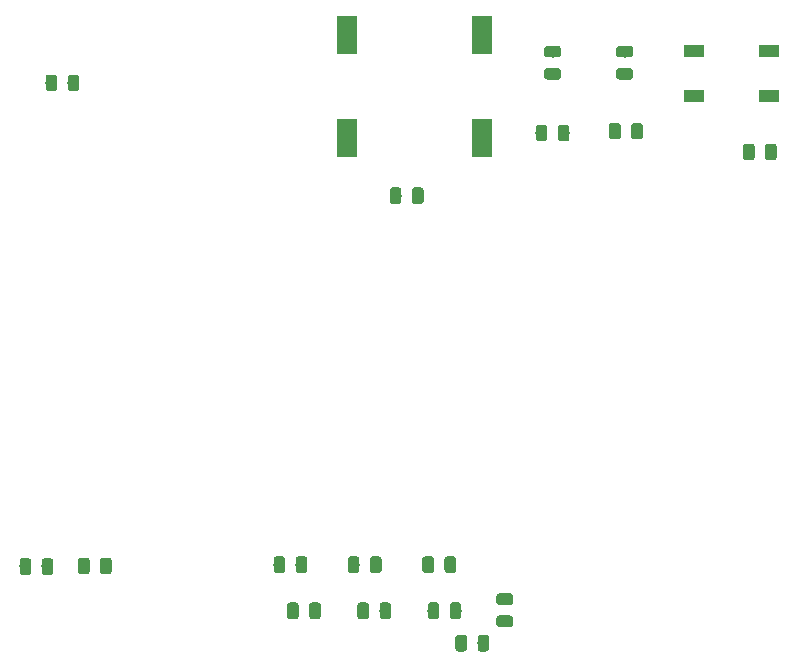
<source format=gbr>
G04 #@! TF.GenerationSoftware,KiCad,Pcbnew,(5.1.4-0-10_14)*
G04 #@! TF.CreationDate,2020-04-29T08:22:51-04:00*
G04 #@! TF.ProjectId,load_cell,6c6f6164-5f63-4656-9c6c-2e6b69636164,rev?*
G04 #@! TF.SameCoordinates,Original*
G04 #@! TF.FileFunction,Paste,Top*
G04 #@! TF.FilePolarity,Positive*
%FSLAX46Y46*%
G04 Gerber Fmt 4.6, Leading zero omitted, Abs format (unit mm)*
G04 Created by KiCad (PCBNEW (5.1.4-0-10_14)) date 2020-04-29 08:22:51*
%MOMM*%
%LPD*%
G04 APERTURE LIST*
%ADD10C,0.100000*%
%ADD11C,0.975000*%
%ADD12R,1.700000X1.000000*%
%ADD13R,1.800000X3.200000*%
G04 APERTURE END LIST*
D10*
G36*
X134255142Y-120451174D02*
G01*
X134278803Y-120454684D01*
X134302007Y-120460496D01*
X134324529Y-120468554D01*
X134346153Y-120478782D01*
X134366670Y-120491079D01*
X134385883Y-120505329D01*
X134403607Y-120521393D01*
X134419671Y-120539117D01*
X134433921Y-120558330D01*
X134446218Y-120578847D01*
X134456446Y-120600471D01*
X134464504Y-120622993D01*
X134470316Y-120646197D01*
X134473826Y-120669858D01*
X134475000Y-120693750D01*
X134475000Y-121606250D01*
X134473826Y-121630142D01*
X134470316Y-121653803D01*
X134464504Y-121677007D01*
X134456446Y-121699529D01*
X134446218Y-121721153D01*
X134433921Y-121741670D01*
X134419671Y-121760883D01*
X134403607Y-121778607D01*
X134385883Y-121794671D01*
X134366670Y-121808921D01*
X134346153Y-121821218D01*
X134324529Y-121831446D01*
X134302007Y-121839504D01*
X134278803Y-121845316D01*
X134255142Y-121848826D01*
X134231250Y-121850000D01*
X133743750Y-121850000D01*
X133719858Y-121848826D01*
X133696197Y-121845316D01*
X133672993Y-121839504D01*
X133650471Y-121831446D01*
X133628847Y-121821218D01*
X133608330Y-121808921D01*
X133589117Y-121794671D01*
X133571393Y-121778607D01*
X133555329Y-121760883D01*
X133541079Y-121741670D01*
X133528782Y-121721153D01*
X133518554Y-121699529D01*
X133510496Y-121677007D01*
X133504684Y-121653803D01*
X133501174Y-121630142D01*
X133500000Y-121606250D01*
X133500000Y-120693750D01*
X133501174Y-120669858D01*
X133504684Y-120646197D01*
X133510496Y-120622993D01*
X133518554Y-120600471D01*
X133528782Y-120578847D01*
X133541079Y-120558330D01*
X133555329Y-120539117D01*
X133571393Y-120521393D01*
X133589117Y-120505329D01*
X133608330Y-120491079D01*
X133628847Y-120478782D01*
X133650471Y-120468554D01*
X133672993Y-120460496D01*
X133696197Y-120454684D01*
X133719858Y-120451174D01*
X133743750Y-120450000D01*
X134231250Y-120450000D01*
X134255142Y-120451174D01*
X134255142Y-120451174D01*
G37*
D11*
X133987500Y-121150000D03*
D10*
G36*
X132380142Y-120451174D02*
G01*
X132403803Y-120454684D01*
X132427007Y-120460496D01*
X132449529Y-120468554D01*
X132471153Y-120478782D01*
X132491670Y-120491079D01*
X132510883Y-120505329D01*
X132528607Y-120521393D01*
X132544671Y-120539117D01*
X132558921Y-120558330D01*
X132571218Y-120578847D01*
X132581446Y-120600471D01*
X132589504Y-120622993D01*
X132595316Y-120646197D01*
X132598826Y-120669858D01*
X132600000Y-120693750D01*
X132600000Y-121606250D01*
X132598826Y-121630142D01*
X132595316Y-121653803D01*
X132589504Y-121677007D01*
X132581446Y-121699529D01*
X132571218Y-121721153D01*
X132558921Y-121741670D01*
X132544671Y-121760883D01*
X132528607Y-121778607D01*
X132510883Y-121794671D01*
X132491670Y-121808921D01*
X132471153Y-121821218D01*
X132449529Y-121831446D01*
X132427007Y-121839504D01*
X132403803Y-121845316D01*
X132380142Y-121848826D01*
X132356250Y-121850000D01*
X131868750Y-121850000D01*
X131844858Y-121848826D01*
X131821197Y-121845316D01*
X131797993Y-121839504D01*
X131775471Y-121831446D01*
X131753847Y-121821218D01*
X131733330Y-121808921D01*
X131714117Y-121794671D01*
X131696393Y-121778607D01*
X131680329Y-121760883D01*
X131666079Y-121741670D01*
X131653782Y-121721153D01*
X131643554Y-121699529D01*
X131635496Y-121677007D01*
X131629684Y-121653803D01*
X131626174Y-121630142D01*
X131625000Y-121606250D01*
X131625000Y-120693750D01*
X131626174Y-120669858D01*
X131629684Y-120646197D01*
X131635496Y-120622993D01*
X131643554Y-120600471D01*
X131653782Y-120578847D01*
X131666079Y-120558330D01*
X131680329Y-120539117D01*
X131696393Y-120521393D01*
X131714117Y-120505329D01*
X131733330Y-120491079D01*
X131753847Y-120478782D01*
X131775471Y-120468554D01*
X131797993Y-120460496D01*
X131821197Y-120454684D01*
X131844858Y-120451174D01*
X131868750Y-120450000D01*
X132356250Y-120450000D01*
X132380142Y-120451174D01*
X132380142Y-120451174D01*
G37*
D11*
X132112500Y-121150000D03*
D10*
G36*
X136280142Y-116926174D02*
G01*
X136303803Y-116929684D01*
X136327007Y-116935496D01*
X136349529Y-116943554D01*
X136371153Y-116953782D01*
X136391670Y-116966079D01*
X136410883Y-116980329D01*
X136428607Y-116996393D01*
X136444671Y-117014117D01*
X136458921Y-117033330D01*
X136471218Y-117053847D01*
X136481446Y-117075471D01*
X136489504Y-117097993D01*
X136495316Y-117121197D01*
X136498826Y-117144858D01*
X136500000Y-117168750D01*
X136500000Y-117656250D01*
X136498826Y-117680142D01*
X136495316Y-117703803D01*
X136489504Y-117727007D01*
X136481446Y-117749529D01*
X136471218Y-117771153D01*
X136458921Y-117791670D01*
X136444671Y-117810883D01*
X136428607Y-117828607D01*
X136410883Y-117844671D01*
X136391670Y-117858921D01*
X136371153Y-117871218D01*
X136349529Y-117881446D01*
X136327007Y-117889504D01*
X136303803Y-117895316D01*
X136280142Y-117898826D01*
X136256250Y-117900000D01*
X135343750Y-117900000D01*
X135319858Y-117898826D01*
X135296197Y-117895316D01*
X135272993Y-117889504D01*
X135250471Y-117881446D01*
X135228847Y-117871218D01*
X135208330Y-117858921D01*
X135189117Y-117844671D01*
X135171393Y-117828607D01*
X135155329Y-117810883D01*
X135141079Y-117791670D01*
X135128782Y-117771153D01*
X135118554Y-117749529D01*
X135110496Y-117727007D01*
X135104684Y-117703803D01*
X135101174Y-117680142D01*
X135100000Y-117656250D01*
X135100000Y-117168750D01*
X135101174Y-117144858D01*
X135104684Y-117121197D01*
X135110496Y-117097993D01*
X135118554Y-117075471D01*
X135128782Y-117053847D01*
X135141079Y-117033330D01*
X135155329Y-117014117D01*
X135171393Y-116996393D01*
X135189117Y-116980329D01*
X135208330Y-116966079D01*
X135228847Y-116953782D01*
X135250471Y-116943554D01*
X135272993Y-116935496D01*
X135296197Y-116929684D01*
X135319858Y-116926174D01*
X135343750Y-116925000D01*
X136256250Y-116925000D01*
X136280142Y-116926174D01*
X136280142Y-116926174D01*
G37*
D11*
X135800000Y-117412500D03*
D10*
G36*
X136280142Y-118801174D02*
G01*
X136303803Y-118804684D01*
X136327007Y-118810496D01*
X136349529Y-118818554D01*
X136371153Y-118828782D01*
X136391670Y-118841079D01*
X136410883Y-118855329D01*
X136428607Y-118871393D01*
X136444671Y-118889117D01*
X136458921Y-118908330D01*
X136471218Y-118928847D01*
X136481446Y-118950471D01*
X136489504Y-118972993D01*
X136495316Y-118996197D01*
X136498826Y-119019858D01*
X136500000Y-119043750D01*
X136500000Y-119531250D01*
X136498826Y-119555142D01*
X136495316Y-119578803D01*
X136489504Y-119602007D01*
X136481446Y-119624529D01*
X136471218Y-119646153D01*
X136458921Y-119666670D01*
X136444671Y-119685883D01*
X136428607Y-119703607D01*
X136410883Y-119719671D01*
X136391670Y-119733921D01*
X136371153Y-119746218D01*
X136349529Y-119756446D01*
X136327007Y-119764504D01*
X136303803Y-119770316D01*
X136280142Y-119773826D01*
X136256250Y-119775000D01*
X135343750Y-119775000D01*
X135319858Y-119773826D01*
X135296197Y-119770316D01*
X135272993Y-119764504D01*
X135250471Y-119756446D01*
X135228847Y-119746218D01*
X135208330Y-119733921D01*
X135189117Y-119719671D01*
X135171393Y-119703607D01*
X135155329Y-119685883D01*
X135141079Y-119666670D01*
X135128782Y-119646153D01*
X135118554Y-119624529D01*
X135110496Y-119602007D01*
X135104684Y-119578803D01*
X135101174Y-119555142D01*
X135100000Y-119531250D01*
X135100000Y-119043750D01*
X135101174Y-119019858D01*
X135104684Y-118996197D01*
X135110496Y-118972993D01*
X135118554Y-118950471D01*
X135128782Y-118928847D01*
X135141079Y-118908330D01*
X135155329Y-118889117D01*
X135171393Y-118871393D01*
X135189117Y-118855329D01*
X135208330Y-118841079D01*
X135228847Y-118828782D01*
X135250471Y-118818554D01*
X135272993Y-118810496D01*
X135296197Y-118804684D01*
X135319858Y-118801174D01*
X135343750Y-118800000D01*
X136256250Y-118800000D01*
X136280142Y-118801174D01*
X136280142Y-118801174D01*
G37*
D11*
X135800000Y-119287500D03*
D10*
G36*
X100430142Y-113901174D02*
G01*
X100453803Y-113904684D01*
X100477007Y-113910496D01*
X100499529Y-113918554D01*
X100521153Y-113928782D01*
X100541670Y-113941079D01*
X100560883Y-113955329D01*
X100578607Y-113971393D01*
X100594671Y-113989117D01*
X100608921Y-114008330D01*
X100621218Y-114028847D01*
X100631446Y-114050471D01*
X100639504Y-114072993D01*
X100645316Y-114096197D01*
X100648826Y-114119858D01*
X100650000Y-114143750D01*
X100650000Y-115056250D01*
X100648826Y-115080142D01*
X100645316Y-115103803D01*
X100639504Y-115127007D01*
X100631446Y-115149529D01*
X100621218Y-115171153D01*
X100608921Y-115191670D01*
X100594671Y-115210883D01*
X100578607Y-115228607D01*
X100560883Y-115244671D01*
X100541670Y-115258921D01*
X100521153Y-115271218D01*
X100499529Y-115281446D01*
X100477007Y-115289504D01*
X100453803Y-115295316D01*
X100430142Y-115298826D01*
X100406250Y-115300000D01*
X99918750Y-115300000D01*
X99894858Y-115298826D01*
X99871197Y-115295316D01*
X99847993Y-115289504D01*
X99825471Y-115281446D01*
X99803847Y-115271218D01*
X99783330Y-115258921D01*
X99764117Y-115244671D01*
X99746393Y-115228607D01*
X99730329Y-115210883D01*
X99716079Y-115191670D01*
X99703782Y-115171153D01*
X99693554Y-115149529D01*
X99685496Y-115127007D01*
X99679684Y-115103803D01*
X99676174Y-115080142D01*
X99675000Y-115056250D01*
X99675000Y-114143750D01*
X99676174Y-114119858D01*
X99679684Y-114096197D01*
X99685496Y-114072993D01*
X99693554Y-114050471D01*
X99703782Y-114028847D01*
X99716079Y-114008330D01*
X99730329Y-113989117D01*
X99746393Y-113971393D01*
X99764117Y-113955329D01*
X99783330Y-113941079D01*
X99803847Y-113928782D01*
X99825471Y-113918554D01*
X99847993Y-113910496D01*
X99871197Y-113904684D01*
X99894858Y-113901174D01*
X99918750Y-113900000D01*
X100406250Y-113900000D01*
X100430142Y-113901174D01*
X100430142Y-113901174D01*
G37*
D11*
X100162500Y-114600000D03*
D10*
G36*
X102305142Y-113901174D02*
G01*
X102328803Y-113904684D01*
X102352007Y-113910496D01*
X102374529Y-113918554D01*
X102396153Y-113928782D01*
X102416670Y-113941079D01*
X102435883Y-113955329D01*
X102453607Y-113971393D01*
X102469671Y-113989117D01*
X102483921Y-114008330D01*
X102496218Y-114028847D01*
X102506446Y-114050471D01*
X102514504Y-114072993D01*
X102520316Y-114096197D01*
X102523826Y-114119858D01*
X102525000Y-114143750D01*
X102525000Y-115056250D01*
X102523826Y-115080142D01*
X102520316Y-115103803D01*
X102514504Y-115127007D01*
X102506446Y-115149529D01*
X102496218Y-115171153D01*
X102483921Y-115191670D01*
X102469671Y-115210883D01*
X102453607Y-115228607D01*
X102435883Y-115244671D01*
X102416670Y-115258921D01*
X102396153Y-115271218D01*
X102374529Y-115281446D01*
X102352007Y-115289504D01*
X102328803Y-115295316D01*
X102305142Y-115298826D01*
X102281250Y-115300000D01*
X101793750Y-115300000D01*
X101769858Y-115298826D01*
X101746197Y-115295316D01*
X101722993Y-115289504D01*
X101700471Y-115281446D01*
X101678847Y-115271218D01*
X101658330Y-115258921D01*
X101639117Y-115244671D01*
X101621393Y-115228607D01*
X101605329Y-115210883D01*
X101591079Y-115191670D01*
X101578782Y-115171153D01*
X101568554Y-115149529D01*
X101560496Y-115127007D01*
X101554684Y-115103803D01*
X101551174Y-115080142D01*
X101550000Y-115056250D01*
X101550000Y-114143750D01*
X101551174Y-114119858D01*
X101554684Y-114096197D01*
X101560496Y-114072993D01*
X101568554Y-114050471D01*
X101578782Y-114028847D01*
X101591079Y-114008330D01*
X101605329Y-113989117D01*
X101621393Y-113971393D01*
X101639117Y-113955329D01*
X101658330Y-113941079D01*
X101678847Y-113928782D01*
X101700471Y-113918554D01*
X101722993Y-113910496D01*
X101746197Y-113904684D01*
X101769858Y-113901174D01*
X101793750Y-113900000D01*
X102281250Y-113900000D01*
X102305142Y-113901174D01*
X102305142Y-113901174D01*
G37*
D11*
X102037500Y-114600000D03*
D10*
G36*
X95480142Y-113951174D02*
G01*
X95503803Y-113954684D01*
X95527007Y-113960496D01*
X95549529Y-113968554D01*
X95571153Y-113978782D01*
X95591670Y-113991079D01*
X95610883Y-114005329D01*
X95628607Y-114021393D01*
X95644671Y-114039117D01*
X95658921Y-114058330D01*
X95671218Y-114078847D01*
X95681446Y-114100471D01*
X95689504Y-114122993D01*
X95695316Y-114146197D01*
X95698826Y-114169858D01*
X95700000Y-114193750D01*
X95700000Y-115106250D01*
X95698826Y-115130142D01*
X95695316Y-115153803D01*
X95689504Y-115177007D01*
X95681446Y-115199529D01*
X95671218Y-115221153D01*
X95658921Y-115241670D01*
X95644671Y-115260883D01*
X95628607Y-115278607D01*
X95610883Y-115294671D01*
X95591670Y-115308921D01*
X95571153Y-115321218D01*
X95549529Y-115331446D01*
X95527007Y-115339504D01*
X95503803Y-115345316D01*
X95480142Y-115348826D01*
X95456250Y-115350000D01*
X94968750Y-115350000D01*
X94944858Y-115348826D01*
X94921197Y-115345316D01*
X94897993Y-115339504D01*
X94875471Y-115331446D01*
X94853847Y-115321218D01*
X94833330Y-115308921D01*
X94814117Y-115294671D01*
X94796393Y-115278607D01*
X94780329Y-115260883D01*
X94766079Y-115241670D01*
X94753782Y-115221153D01*
X94743554Y-115199529D01*
X94735496Y-115177007D01*
X94729684Y-115153803D01*
X94726174Y-115130142D01*
X94725000Y-115106250D01*
X94725000Y-114193750D01*
X94726174Y-114169858D01*
X94729684Y-114146197D01*
X94735496Y-114122993D01*
X94743554Y-114100471D01*
X94753782Y-114078847D01*
X94766079Y-114058330D01*
X94780329Y-114039117D01*
X94796393Y-114021393D01*
X94814117Y-114005329D01*
X94833330Y-113991079D01*
X94853847Y-113978782D01*
X94875471Y-113968554D01*
X94897993Y-113960496D01*
X94921197Y-113954684D01*
X94944858Y-113951174D01*
X94968750Y-113950000D01*
X95456250Y-113950000D01*
X95480142Y-113951174D01*
X95480142Y-113951174D01*
G37*
D11*
X95212500Y-114650000D03*
D10*
G36*
X97355142Y-113951174D02*
G01*
X97378803Y-113954684D01*
X97402007Y-113960496D01*
X97424529Y-113968554D01*
X97446153Y-113978782D01*
X97466670Y-113991079D01*
X97485883Y-114005329D01*
X97503607Y-114021393D01*
X97519671Y-114039117D01*
X97533921Y-114058330D01*
X97546218Y-114078847D01*
X97556446Y-114100471D01*
X97564504Y-114122993D01*
X97570316Y-114146197D01*
X97573826Y-114169858D01*
X97575000Y-114193750D01*
X97575000Y-115106250D01*
X97573826Y-115130142D01*
X97570316Y-115153803D01*
X97564504Y-115177007D01*
X97556446Y-115199529D01*
X97546218Y-115221153D01*
X97533921Y-115241670D01*
X97519671Y-115260883D01*
X97503607Y-115278607D01*
X97485883Y-115294671D01*
X97466670Y-115308921D01*
X97446153Y-115321218D01*
X97424529Y-115331446D01*
X97402007Y-115339504D01*
X97378803Y-115345316D01*
X97355142Y-115348826D01*
X97331250Y-115350000D01*
X96843750Y-115350000D01*
X96819858Y-115348826D01*
X96796197Y-115345316D01*
X96772993Y-115339504D01*
X96750471Y-115331446D01*
X96728847Y-115321218D01*
X96708330Y-115308921D01*
X96689117Y-115294671D01*
X96671393Y-115278607D01*
X96655329Y-115260883D01*
X96641079Y-115241670D01*
X96628782Y-115221153D01*
X96618554Y-115199529D01*
X96610496Y-115177007D01*
X96604684Y-115153803D01*
X96601174Y-115130142D01*
X96600000Y-115106250D01*
X96600000Y-114193750D01*
X96601174Y-114169858D01*
X96604684Y-114146197D01*
X96610496Y-114122993D01*
X96618554Y-114100471D01*
X96628782Y-114078847D01*
X96641079Y-114058330D01*
X96655329Y-114039117D01*
X96671393Y-114021393D01*
X96689117Y-114005329D01*
X96708330Y-113991079D01*
X96728847Y-113978782D01*
X96750471Y-113968554D01*
X96772993Y-113960496D01*
X96796197Y-113954684D01*
X96819858Y-113951174D01*
X96843750Y-113950000D01*
X97331250Y-113950000D01*
X97355142Y-113951174D01*
X97355142Y-113951174D01*
G37*
D11*
X97087500Y-114650000D03*
D10*
G36*
X97680142Y-73001174D02*
G01*
X97703803Y-73004684D01*
X97727007Y-73010496D01*
X97749529Y-73018554D01*
X97771153Y-73028782D01*
X97791670Y-73041079D01*
X97810883Y-73055329D01*
X97828607Y-73071393D01*
X97844671Y-73089117D01*
X97858921Y-73108330D01*
X97871218Y-73128847D01*
X97881446Y-73150471D01*
X97889504Y-73172993D01*
X97895316Y-73196197D01*
X97898826Y-73219858D01*
X97900000Y-73243750D01*
X97900000Y-74156250D01*
X97898826Y-74180142D01*
X97895316Y-74203803D01*
X97889504Y-74227007D01*
X97881446Y-74249529D01*
X97871218Y-74271153D01*
X97858921Y-74291670D01*
X97844671Y-74310883D01*
X97828607Y-74328607D01*
X97810883Y-74344671D01*
X97791670Y-74358921D01*
X97771153Y-74371218D01*
X97749529Y-74381446D01*
X97727007Y-74389504D01*
X97703803Y-74395316D01*
X97680142Y-74398826D01*
X97656250Y-74400000D01*
X97168750Y-74400000D01*
X97144858Y-74398826D01*
X97121197Y-74395316D01*
X97097993Y-74389504D01*
X97075471Y-74381446D01*
X97053847Y-74371218D01*
X97033330Y-74358921D01*
X97014117Y-74344671D01*
X96996393Y-74328607D01*
X96980329Y-74310883D01*
X96966079Y-74291670D01*
X96953782Y-74271153D01*
X96943554Y-74249529D01*
X96935496Y-74227007D01*
X96929684Y-74203803D01*
X96926174Y-74180142D01*
X96925000Y-74156250D01*
X96925000Y-73243750D01*
X96926174Y-73219858D01*
X96929684Y-73196197D01*
X96935496Y-73172993D01*
X96943554Y-73150471D01*
X96953782Y-73128847D01*
X96966079Y-73108330D01*
X96980329Y-73089117D01*
X96996393Y-73071393D01*
X97014117Y-73055329D01*
X97033330Y-73041079D01*
X97053847Y-73028782D01*
X97075471Y-73018554D01*
X97097993Y-73010496D01*
X97121197Y-73004684D01*
X97144858Y-73001174D01*
X97168750Y-73000000D01*
X97656250Y-73000000D01*
X97680142Y-73001174D01*
X97680142Y-73001174D01*
G37*
D11*
X97412500Y-73700000D03*
D10*
G36*
X99555142Y-73001174D02*
G01*
X99578803Y-73004684D01*
X99602007Y-73010496D01*
X99624529Y-73018554D01*
X99646153Y-73028782D01*
X99666670Y-73041079D01*
X99685883Y-73055329D01*
X99703607Y-73071393D01*
X99719671Y-73089117D01*
X99733921Y-73108330D01*
X99746218Y-73128847D01*
X99756446Y-73150471D01*
X99764504Y-73172993D01*
X99770316Y-73196197D01*
X99773826Y-73219858D01*
X99775000Y-73243750D01*
X99775000Y-74156250D01*
X99773826Y-74180142D01*
X99770316Y-74203803D01*
X99764504Y-74227007D01*
X99756446Y-74249529D01*
X99746218Y-74271153D01*
X99733921Y-74291670D01*
X99719671Y-74310883D01*
X99703607Y-74328607D01*
X99685883Y-74344671D01*
X99666670Y-74358921D01*
X99646153Y-74371218D01*
X99624529Y-74381446D01*
X99602007Y-74389504D01*
X99578803Y-74395316D01*
X99555142Y-74398826D01*
X99531250Y-74400000D01*
X99043750Y-74400000D01*
X99019858Y-74398826D01*
X98996197Y-74395316D01*
X98972993Y-74389504D01*
X98950471Y-74381446D01*
X98928847Y-74371218D01*
X98908330Y-74358921D01*
X98889117Y-74344671D01*
X98871393Y-74328607D01*
X98855329Y-74310883D01*
X98841079Y-74291670D01*
X98828782Y-74271153D01*
X98818554Y-74249529D01*
X98810496Y-74227007D01*
X98804684Y-74203803D01*
X98801174Y-74180142D01*
X98800000Y-74156250D01*
X98800000Y-73243750D01*
X98801174Y-73219858D01*
X98804684Y-73196197D01*
X98810496Y-73172993D01*
X98818554Y-73150471D01*
X98828782Y-73128847D01*
X98841079Y-73108330D01*
X98855329Y-73089117D01*
X98871393Y-73071393D01*
X98889117Y-73055329D01*
X98908330Y-73041079D01*
X98928847Y-73028782D01*
X98950471Y-73018554D01*
X98972993Y-73010496D01*
X98996197Y-73004684D01*
X99019858Y-73001174D01*
X99043750Y-73000000D01*
X99531250Y-73000000D01*
X99555142Y-73001174D01*
X99555142Y-73001174D01*
G37*
D11*
X99287500Y-73700000D03*
D10*
G36*
X118855142Y-113801174D02*
G01*
X118878803Y-113804684D01*
X118902007Y-113810496D01*
X118924529Y-113818554D01*
X118946153Y-113828782D01*
X118966670Y-113841079D01*
X118985883Y-113855329D01*
X119003607Y-113871393D01*
X119019671Y-113889117D01*
X119033921Y-113908330D01*
X119046218Y-113928847D01*
X119056446Y-113950471D01*
X119064504Y-113972993D01*
X119070316Y-113996197D01*
X119073826Y-114019858D01*
X119075000Y-114043750D01*
X119075000Y-114956250D01*
X119073826Y-114980142D01*
X119070316Y-115003803D01*
X119064504Y-115027007D01*
X119056446Y-115049529D01*
X119046218Y-115071153D01*
X119033921Y-115091670D01*
X119019671Y-115110883D01*
X119003607Y-115128607D01*
X118985883Y-115144671D01*
X118966670Y-115158921D01*
X118946153Y-115171218D01*
X118924529Y-115181446D01*
X118902007Y-115189504D01*
X118878803Y-115195316D01*
X118855142Y-115198826D01*
X118831250Y-115200000D01*
X118343750Y-115200000D01*
X118319858Y-115198826D01*
X118296197Y-115195316D01*
X118272993Y-115189504D01*
X118250471Y-115181446D01*
X118228847Y-115171218D01*
X118208330Y-115158921D01*
X118189117Y-115144671D01*
X118171393Y-115128607D01*
X118155329Y-115110883D01*
X118141079Y-115091670D01*
X118128782Y-115071153D01*
X118118554Y-115049529D01*
X118110496Y-115027007D01*
X118104684Y-115003803D01*
X118101174Y-114980142D01*
X118100000Y-114956250D01*
X118100000Y-114043750D01*
X118101174Y-114019858D01*
X118104684Y-113996197D01*
X118110496Y-113972993D01*
X118118554Y-113950471D01*
X118128782Y-113928847D01*
X118141079Y-113908330D01*
X118155329Y-113889117D01*
X118171393Y-113871393D01*
X118189117Y-113855329D01*
X118208330Y-113841079D01*
X118228847Y-113828782D01*
X118250471Y-113818554D01*
X118272993Y-113810496D01*
X118296197Y-113804684D01*
X118319858Y-113801174D01*
X118343750Y-113800000D01*
X118831250Y-113800000D01*
X118855142Y-113801174D01*
X118855142Y-113801174D01*
G37*
D11*
X118587500Y-114500000D03*
D10*
G36*
X116980142Y-113801174D02*
G01*
X117003803Y-113804684D01*
X117027007Y-113810496D01*
X117049529Y-113818554D01*
X117071153Y-113828782D01*
X117091670Y-113841079D01*
X117110883Y-113855329D01*
X117128607Y-113871393D01*
X117144671Y-113889117D01*
X117158921Y-113908330D01*
X117171218Y-113928847D01*
X117181446Y-113950471D01*
X117189504Y-113972993D01*
X117195316Y-113996197D01*
X117198826Y-114019858D01*
X117200000Y-114043750D01*
X117200000Y-114956250D01*
X117198826Y-114980142D01*
X117195316Y-115003803D01*
X117189504Y-115027007D01*
X117181446Y-115049529D01*
X117171218Y-115071153D01*
X117158921Y-115091670D01*
X117144671Y-115110883D01*
X117128607Y-115128607D01*
X117110883Y-115144671D01*
X117091670Y-115158921D01*
X117071153Y-115171218D01*
X117049529Y-115181446D01*
X117027007Y-115189504D01*
X117003803Y-115195316D01*
X116980142Y-115198826D01*
X116956250Y-115200000D01*
X116468750Y-115200000D01*
X116444858Y-115198826D01*
X116421197Y-115195316D01*
X116397993Y-115189504D01*
X116375471Y-115181446D01*
X116353847Y-115171218D01*
X116333330Y-115158921D01*
X116314117Y-115144671D01*
X116296393Y-115128607D01*
X116280329Y-115110883D01*
X116266079Y-115091670D01*
X116253782Y-115071153D01*
X116243554Y-115049529D01*
X116235496Y-115027007D01*
X116229684Y-115003803D01*
X116226174Y-114980142D01*
X116225000Y-114956250D01*
X116225000Y-114043750D01*
X116226174Y-114019858D01*
X116229684Y-113996197D01*
X116235496Y-113972993D01*
X116243554Y-113950471D01*
X116253782Y-113928847D01*
X116266079Y-113908330D01*
X116280329Y-113889117D01*
X116296393Y-113871393D01*
X116314117Y-113855329D01*
X116333330Y-113841079D01*
X116353847Y-113828782D01*
X116375471Y-113818554D01*
X116397993Y-113810496D01*
X116421197Y-113804684D01*
X116444858Y-113801174D01*
X116468750Y-113800000D01*
X116956250Y-113800000D01*
X116980142Y-113801174D01*
X116980142Y-113801174D01*
G37*
D11*
X116712500Y-114500000D03*
D10*
G36*
X125155142Y-113801174D02*
G01*
X125178803Y-113804684D01*
X125202007Y-113810496D01*
X125224529Y-113818554D01*
X125246153Y-113828782D01*
X125266670Y-113841079D01*
X125285883Y-113855329D01*
X125303607Y-113871393D01*
X125319671Y-113889117D01*
X125333921Y-113908330D01*
X125346218Y-113928847D01*
X125356446Y-113950471D01*
X125364504Y-113972993D01*
X125370316Y-113996197D01*
X125373826Y-114019858D01*
X125375000Y-114043750D01*
X125375000Y-114956250D01*
X125373826Y-114980142D01*
X125370316Y-115003803D01*
X125364504Y-115027007D01*
X125356446Y-115049529D01*
X125346218Y-115071153D01*
X125333921Y-115091670D01*
X125319671Y-115110883D01*
X125303607Y-115128607D01*
X125285883Y-115144671D01*
X125266670Y-115158921D01*
X125246153Y-115171218D01*
X125224529Y-115181446D01*
X125202007Y-115189504D01*
X125178803Y-115195316D01*
X125155142Y-115198826D01*
X125131250Y-115200000D01*
X124643750Y-115200000D01*
X124619858Y-115198826D01*
X124596197Y-115195316D01*
X124572993Y-115189504D01*
X124550471Y-115181446D01*
X124528847Y-115171218D01*
X124508330Y-115158921D01*
X124489117Y-115144671D01*
X124471393Y-115128607D01*
X124455329Y-115110883D01*
X124441079Y-115091670D01*
X124428782Y-115071153D01*
X124418554Y-115049529D01*
X124410496Y-115027007D01*
X124404684Y-115003803D01*
X124401174Y-114980142D01*
X124400000Y-114956250D01*
X124400000Y-114043750D01*
X124401174Y-114019858D01*
X124404684Y-113996197D01*
X124410496Y-113972993D01*
X124418554Y-113950471D01*
X124428782Y-113928847D01*
X124441079Y-113908330D01*
X124455329Y-113889117D01*
X124471393Y-113871393D01*
X124489117Y-113855329D01*
X124508330Y-113841079D01*
X124528847Y-113828782D01*
X124550471Y-113818554D01*
X124572993Y-113810496D01*
X124596197Y-113804684D01*
X124619858Y-113801174D01*
X124643750Y-113800000D01*
X125131250Y-113800000D01*
X125155142Y-113801174D01*
X125155142Y-113801174D01*
G37*
D11*
X124887500Y-114500000D03*
D10*
G36*
X123280142Y-113801174D02*
G01*
X123303803Y-113804684D01*
X123327007Y-113810496D01*
X123349529Y-113818554D01*
X123371153Y-113828782D01*
X123391670Y-113841079D01*
X123410883Y-113855329D01*
X123428607Y-113871393D01*
X123444671Y-113889117D01*
X123458921Y-113908330D01*
X123471218Y-113928847D01*
X123481446Y-113950471D01*
X123489504Y-113972993D01*
X123495316Y-113996197D01*
X123498826Y-114019858D01*
X123500000Y-114043750D01*
X123500000Y-114956250D01*
X123498826Y-114980142D01*
X123495316Y-115003803D01*
X123489504Y-115027007D01*
X123481446Y-115049529D01*
X123471218Y-115071153D01*
X123458921Y-115091670D01*
X123444671Y-115110883D01*
X123428607Y-115128607D01*
X123410883Y-115144671D01*
X123391670Y-115158921D01*
X123371153Y-115171218D01*
X123349529Y-115181446D01*
X123327007Y-115189504D01*
X123303803Y-115195316D01*
X123280142Y-115198826D01*
X123256250Y-115200000D01*
X122768750Y-115200000D01*
X122744858Y-115198826D01*
X122721197Y-115195316D01*
X122697993Y-115189504D01*
X122675471Y-115181446D01*
X122653847Y-115171218D01*
X122633330Y-115158921D01*
X122614117Y-115144671D01*
X122596393Y-115128607D01*
X122580329Y-115110883D01*
X122566079Y-115091670D01*
X122553782Y-115071153D01*
X122543554Y-115049529D01*
X122535496Y-115027007D01*
X122529684Y-115003803D01*
X122526174Y-114980142D01*
X122525000Y-114956250D01*
X122525000Y-114043750D01*
X122526174Y-114019858D01*
X122529684Y-113996197D01*
X122535496Y-113972993D01*
X122543554Y-113950471D01*
X122553782Y-113928847D01*
X122566079Y-113908330D01*
X122580329Y-113889117D01*
X122596393Y-113871393D01*
X122614117Y-113855329D01*
X122633330Y-113841079D01*
X122653847Y-113828782D01*
X122675471Y-113818554D01*
X122697993Y-113810496D01*
X122721197Y-113804684D01*
X122744858Y-113801174D01*
X122768750Y-113800000D01*
X123256250Y-113800000D01*
X123280142Y-113801174D01*
X123280142Y-113801174D01*
G37*
D11*
X123012500Y-114500000D03*
D10*
G36*
X126830142Y-82551174D02*
G01*
X126853803Y-82554684D01*
X126877007Y-82560496D01*
X126899529Y-82568554D01*
X126921153Y-82578782D01*
X126941670Y-82591079D01*
X126960883Y-82605329D01*
X126978607Y-82621393D01*
X126994671Y-82639117D01*
X127008921Y-82658330D01*
X127021218Y-82678847D01*
X127031446Y-82700471D01*
X127039504Y-82722993D01*
X127045316Y-82746197D01*
X127048826Y-82769858D01*
X127050000Y-82793750D01*
X127050000Y-83706250D01*
X127048826Y-83730142D01*
X127045316Y-83753803D01*
X127039504Y-83777007D01*
X127031446Y-83799529D01*
X127021218Y-83821153D01*
X127008921Y-83841670D01*
X126994671Y-83860883D01*
X126978607Y-83878607D01*
X126960883Y-83894671D01*
X126941670Y-83908921D01*
X126921153Y-83921218D01*
X126899529Y-83931446D01*
X126877007Y-83939504D01*
X126853803Y-83945316D01*
X126830142Y-83948826D01*
X126806250Y-83950000D01*
X126318750Y-83950000D01*
X126294858Y-83948826D01*
X126271197Y-83945316D01*
X126247993Y-83939504D01*
X126225471Y-83931446D01*
X126203847Y-83921218D01*
X126183330Y-83908921D01*
X126164117Y-83894671D01*
X126146393Y-83878607D01*
X126130329Y-83860883D01*
X126116079Y-83841670D01*
X126103782Y-83821153D01*
X126093554Y-83799529D01*
X126085496Y-83777007D01*
X126079684Y-83753803D01*
X126076174Y-83730142D01*
X126075000Y-83706250D01*
X126075000Y-82793750D01*
X126076174Y-82769858D01*
X126079684Y-82746197D01*
X126085496Y-82722993D01*
X126093554Y-82700471D01*
X126103782Y-82678847D01*
X126116079Y-82658330D01*
X126130329Y-82639117D01*
X126146393Y-82621393D01*
X126164117Y-82605329D01*
X126183330Y-82591079D01*
X126203847Y-82578782D01*
X126225471Y-82568554D01*
X126247993Y-82560496D01*
X126271197Y-82554684D01*
X126294858Y-82551174D01*
X126318750Y-82550000D01*
X126806250Y-82550000D01*
X126830142Y-82551174D01*
X126830142Y-82551174D01*
G37*
D11*
X126562500Y-83250000D03*
D10*
G36*
X128705142Y-82551174D02*
G01*
X128728803Y-82554684D01*
X128752007Y-82560496D01*
X128774529Y-82568554D01*
X128796153Y-82578782D01*
X128816670Y-82591079D01*
X128835883Y-82605329D01*
X128853607Y-82621393D01*
X128869671Y-82639117D01*
X128883921Y-82658330D01*
X128896218Y-82678847D01*
X128906446Y-82700471D01*
X128914504Y-82722993D01*
X128920316Y-82746197D01*
X128923826Y-82769858D01*
X128925000Y-82793750D01*
X128925000Y-83706250D01*
X128923826Y-83730142D01*
X128920316Y-83753803D01*
X128914504Y-83777007D01*
X128906446Y-83799529D01*
X128896218Y-83821153D01*
X128883921Y-83841670D01*
X128869671Y-83860883D01*
X128853607Y-83878607D01*
X128835883Y-83894671D01*
X128816670Y-83908921D01*
X128796153Y-83921218D01*
X128774529Y-83931446D01*
X128752007Y-83939504D01*
X128728803Y-83945316D01*
X128705142Y-83948826D01*
X128681250Y-83950000D01*
X128193750Y-83950000D01*
X128169858Y-83948826D01*
X128146197Y-83945316D01*
X128122993Y-83939504D01*
X128100471Y-83931446D01*
X128078847Y-83921218D01*
X128058330Y-83908921D01*
X128039117Y-83894671D01*
X128021393Y-83878607D01*
X128005329Y-83860883D01*
X127991079Y-83841670D01*
X127978782Y-83821153D01*
X127968554Y-83799529D01*
X127960496Y-83777007D01*
X127954684Y-83753803D01*
X127951174Y-83730142D01*
X127950000Y-83706250D01*
X127950000Y-82793750D01*
X127951174Y-82769858D01*
X127954684Y-82746197D01*
X127960496Y-82722993D01*
X127968554Y-82700471D01*
X127978782Y-82678847D01*
X127991079Y-82658330D01*
X128005329Y-82639117D01*
X128021393Y-82621393D01*
X128039117Y-82605329D01*
X128058330Y-82591079D01*
X128078847Y-82578782D01*
X128100471Y-82568554D01*
X128122993Y-82560496D01*
X128146197Y-82554684D01*
X128169858Y-82551174D01*
X128193750Y-82550000D01*
X128681250Y-82550000D01*
X128705142Y-82551174D01*
X128705142Y-82551174D01*
G37*
D11*
X128437500Y-83250000D03*
D10*
G36*
X158605142Y-78851174D02*
G01*
X158628803Y-78854684D01*
X158652007Y-78860496D01*
X158674529Y-78868554D01*
X158696153Y-78878782D01*
X158716670Y-78891079D01*
X158735883Y-78905329D01*
X158753607Y-78921393D01*
X158769671Y-78939117D01*
X158783921Y-78958330D01*
X158796218Y-78978847D01*
X158806446Y-79000471D01*
X158814504Y-79022993D01*
X158820316Y-79046197D01*
X158823826Y-79069858D01*
X158825000Y-79093750D01*
X158825000Y-80006250D01*
X158823826Y-80030142D01*
X158820316Y-80053803D01*
X158814504Y-80077007D01*
X158806446Y-80099529D01*
X158796218Y-80121153D01*
X158783921Y-80141670D01*
X158769671Y-80160883D01*
X158753607Y-80178607D01*
X158735883Y-80194671D01*
X158716670Y-80208921D01*
X158696153Y-80221218D01*
X158674529Y-80231446D01*
X158652007Y-80239504D01*
X158628803Y-80245316D01*
X158605142Y-80248826D01*
X158581250Y-80250000D01*
X158093750Y-80250000D01*
X158069858Y-80248826D01*
X158046197Y-80245316D01*
X158022993Y-80239504D01*
X158000471Y-80231446D01*
X157978847Y-80221218D01*
X157958330Y-80208921D01*
X157939117Y-80194671D01*
X157921393Y-80178607D01*
X157905329Y-80160883D01*
X157891079Y-80141670D01*
X157878782Y-80121153D01*
X157868554Y-80099529D01*
X157860496Y-80077007D01*
X157854684Y-80053803D01*
X157851174Y-80030142D01*
X157850000Y-80006250D01*
X157850000Y-79093750D01*
X157851174Y-79069858D01*
X157854684Y-79046197D01*
X157860496Y-79022993D01*
X157868554Y-79000471D01*
X157878782Y-78978847D01*
X157891079Y-78958330D01*
X157905329Y-78939117D01*
X157921393Y-78921393D01*
X157939117Y-78905329D01*
X157958330Y-78891079D01*
X157978847Y-78878782D01*
X158000471Y-78868554D01*
X158022993Y-78860496D01*
X158046197Y-78854684D01*
X158069858Y-78851174D01*
X158093750Y-78850000D01*
X158581250Y-78850000D01*
X158605142Y-78851174D01*
X158605142Y-78851174D01*
G37*
D11*
X158337500Y-79550000D03*
D10*
G36*
X156730142Y-78851174D02*
G01*
X156753803Y-78854684D01*
X156777007Y-78860496D01*
X156799529Y-78868554D01*
X156821153Y-78878782D01*
X156841670Y-78891079D01*
X156860883Y-78905329D01*
X156878607Y-78921393D01*
X156894671Y-78939117D01*
X156908921Y-78958330D01*
X156921218Y-78978847D01*
X156931446Y-79000471D01*
X156939504Y-79022993D01*
X156945316Y-79046197D01*
X156948826Y-79069858D01*
X156950000Y-79093750D01*
X156950000Y-80006250D01*
X156948826Y-80030142D01*
X156945316Y-80053803D01*
X156939504Y-80077007D01*
X156931446Y-80099529D01*
X156921218Y-80121153D01*
X156908921Y-80141670D01*
X156894671Y-80160883D01*
X156878607Y-80178607D01*
X156860883Y-80194671D01*
X156841670Y-80208921D01*
X156821153Y-80221218D01*
X156799529Y-80231446D01*
X156777007Y-80239504D01*
X156753803Y-80245316D01*
X156730142Y-80248826D01*
X156706250Y-80250000D01*
X156218750Y-80250000D01*
X156194858Y-80248826D01*
X156171197Y-80245316D01*
X156147993Y-80239504D01*
X156125471Y-80231446D01*
X156103847Y-80221218D01*
X156083330Y-80208921D01*
X156064117Y-80194671D01*
X156046393Y-80178607D01*
X156030329Y-80160883D01*
X156016079Y-80141670D01*
X156003782Y-80121153D01*
X155993554Y-80099529D01*
X155985496Y-80077007D01*
X155979684Y-80053803D01*
X155976174Y-80030142D01*
X155975000Y-80006250D01*
X155975000Y-79093750D01*
X155976174Y-79069858D01*
X155979684Y-79046197D01*
X155985496Y-79022993D01*
X155993554Y-79000471D01*
X156003782Y-78978847D01*
X156016079Y-78958330D01*
X156030329Y-78939117D01*
X156046393Y-78921393D01*
X156064117Y-78905329D01*
X156083330Y-78891079D01*
X156103847Y-78878782D01*
X156125471Y-78868554D01*
X156147993Y-78860496D01*
X156171197Y-78854684D01*
X156194858Y-78851174D01*
X156218750Y-78850000D01*
X156706250Y-78850000D01*
X156730142Y-78851174D01*
X156730142Y-78851174D01*
G37*
D11*
X156462500Y-79550000D03*
D10*
G36*
X131455142Y-113801174D02*
G01*
X131478803Y-113804684D01*
X131502007Y-113810496D01*
X131524529Y-113818554D01*
X131546153Y-113828782D01*
X131566670Y-113841079D01*
X131585883Y-113855329D01*
X131603607Y-113871393D01*
X131619671Y-113889117D01*
X131633921Y-113908330D01*
X131646218Y-113928847D01*
X131656446Y-113950471D01*
X131664504Y-113972993D01*
X131670316Y-113996197D01*
X131673826Y-114019858D01*
X131675000Y-114043750D01*
X131675000Y-114956250D01*
X131673826Y-114980142D01*
X131670316Y-115003803D01*
X131664504Y-115027007D01*
X131656446Y-115049529D01*
X131646218Y-115071153D01*
X131633921Y-115091670D01*
X131619671Y-115110883D01*
X131603607Y-115128607D01*
X131585883Y-115144671D01*
X131566670Y-115158921D01*
X131546153Y-115171218D01*
X131524529Y-115181446D01*
X131502007Y-115189504D01*
X131478803Y-115195316D01*
X131455142Y-115198826D01*
X131431250Y-115200000D01*
X130943750Y-115200000D01*
X130919858Y-115198826D01*
X130896197Y-115195316D01*
X130872993Y-115189504D01*
X130850471Y-115181446D01*
X130828847Y-115171218D01*
X130808330Y-115158921D01*
X130789117Y-115144671D01*
X130771393Y-115128607D01*
X130755329Y-115110883D01*
X130741079Y-115091670D01*
X130728782Y-115071153D01*
X130718554Y-115049529D01*
X130710496Y-115027007D01*
X130704684Y-115003803D01*
X130701174Y-114980142D01*
X130700000Y-114956250D01*
X130700000Y-114043750D01*
X130701174Y-114019858D01*
X130704684Y-113996197D01*
X130710496Y-113972993D01*
X130718554Y-113950471D01*
X130728782Y-113928847D01*
X130741079Y-113908330D01*
X130755329Y-113889117D01*
X130771393Y-113871393D01*
X130789117Y-113855329D01*
X130808330Y-113841079D01*
X130828847Y-113828782D01*
X130850471Y-113818554D01*
X130872993Y-113810496D01*
X130896197Y-113804684D01*
X130919858Y-113801174D01*
X130943750Y-113800000D01*
X131431250Y-113800000D01*
X131455142Y-113801174D01*
X131455142Y-113801174D01*
G37*
D11*
X131187500Y-114500000D03*
D10*
G36*
X129580142Y-113801174D02*
G01*
X129603803Y-113804684D01*
X129627007Y-113810496D01*
X129649529Y-113818554D01*
X129671153Y-113828782D01*
X129691670Y-113841079D01*
X129710883Y-113855329D01*
X129728607Y-113871393D01*
X129744671Y-113889117D01*
X129758921Y-113908330D01*
X129771218Y-113928847D01*
X129781446Y-113950471D01*
X129789504Y-113972993D01*
X129795316Y-113996197D01*
X129798826Y-114019858D01*
X129800000Y-114043750D01*
X129800000Y-114956250D01*
X129798826Y-114980142D01*
X129795316Y-115003803D01*
X129789504Y-115027007D01*
X129781446Y-115049529D01*
X129771218Y-115071153D01*
X129758921Y-115091670D01*
X129744671Y-115110883D01*
X129728607Y-115128607D01*
X129710883Y-115144671D01*
X129691670Y-115158921D01*
X129671153Y-115171218D01*
X129649529Y-115181446D01*
X129627007Y-115189504D01*
X129603803Y-115195316D01*
X129580142Y-115198826D01*
X129556250Y-115200000D01*
X129068750Y-115200000D01*
X129044858Y-115198826D01*
X129021197Y-115195316D01*
X128997993Y-115189504D01*
X128975471Y-115181446D01*
X128953847Y-115171218D01*
X128933330Y-115158921D01*
X128914117Y-115144671D01*
X128896393Y-115128607D01*
X128880329Y-115110883D01*
X128866079Y-115091670D01*
X128853782Y-115071153D01*
X128843554Y-115049529D01*
X128835496Y-115027007D01*
X128829684Y-115003803D01*
X128826174Y-114980142D01*
X128825000Y-114956250D01*
X128825000Y-114043750D01*
X128826174Y-114019858D01*
X128829684Y-113996197D01*
X128835496Y-113972993D01*
X128843554Y-113950471D01*
X128853782Y-113928847D01*
X128866079Y-113908330D01*
X128880329Y-113889117D01*
X128896393Y-113871393D01*
X128914117Y-113855329D01*
X128933330Y-113841079D01*
X128953847Y-113828782D01*
X128975471Y-113818554D01*
X128997993Y-113810496D01*
X129021197Y-113804684D01*
X129044858Y-113801174D01*
X129068750Y-113800000D01*
X129556250Y-113800000D01*
X129580142Y-113801174D01*
X129580142Y-113801174D01*
G37*
D11*
X129312500Y-114500000D03*
D10*
G36*
X147267642Y-77101174D02*
G01*
X147291303Y-77104684D01*
X147314507Y-77110496D01*
X147337029Y-77118554D01*
X147358653Y-77128782D01*
X147379170Y-77141079D01*
X147398383Y-77155329D01*
X147416107Y-77171393D01*
X147432171Y-77189117D01*
X147446421Y-77208330D01*
X147458718Y-77228847D01*
X147468946Y-77250471D01*
X147477004Y-77272993D01*
X147482816Y-77296197D01*
X147486326Y-77319858D01*
X147487500Y-77343750D01*
X147487500Y-78256250D01*
X147486326Y-78280142D01*
X147482816Y-78303803D01*
X147477004Y-78327007D01*
X147468946Y-78349529D01*
X147458718Y-78371153D01*
X147446421Y-78391670D01*
X147432171Y-78410883D01*
X147416107Y-78428607D01*
X147398383Y-78444671D01*
X147379170Y-78458921D01*
X147358653Y-78471218D01*
X147337029Y-78481446D01*
X147314507Y-78489504D01*
X147291303Y-78495316D01*
X147267642Y-78498826D01*
X147243750Y-78500000D01*
X146756250Y-78500000D01*
X146732358Y-78498826D01*
X146708697Y-78495316D01*
X146685493Y-78489504D01*
X146662971Y-78481446D01*
X146641347Y-78471218D01*
X146620830Y-78458921D01*
X146601617Y-78444671D01*
X146583893Y-78428607D01*
X146567829Y-78410883D01*
X146553579Y-78391670D01*
X146541282Y-78371153D01*
X146531054Y-78349529D01*
X146522996Y-78327007D01*
X146517184Y-78303803D01*
X146513674Y-78280142D01*
X146512500Y-78256250D01*
X146512500Y-77343750D01*
X146513674Y-77319858D01*
X146517184Y-77296197D01*
X146522996Y-77272993D01*
X146531054Y-77250471D01*
X146541282Y-77228847D01*
X146553579Y-77208330D01*
X146567829Y-77189117D01*
X146583893Y-77171393D01*
X146601617Y-77155329D01*
X146620830Y-77141079D01*
X146641347Y-77128782D01*
X146662971Y-77118554D01*
X146685493Y-77110496D01*
X146708697Y-77104684D01*
X146732358Y-77101174D01*
X146756250Y-77100000D01*
X147243750Y-77100000D01*
X147267642Y-77101174D01*
X147267642Y-77101174D01*
G37*
D11*
X147000000Y-77800000D03*
D10*
G36*
X145392642Y-77101174D02*
G01*
X145416303Y-77104684D01*
X145439507Y-77110496D01*
X145462029Y-77118554D01*
X145483653Y-77128782D01*
X145504170Y-77141079D01*
X145523383Y-77155329D01*
X145541107Y-77171393D01*
X145557171Y-77189117D01*
X145571421Y-77208330D01*
X145583718Y-77228847D01*
X145593946Y-77250471D01*
X145602004Y-77272993D01*
X145607816Y-77296197D01*
X145611326Y-77319858D01*
X145612500Y-77343750D01*
X145612500Y-78256250D01*
X145611326Y-78280142D01*
X145607816Y-78303803D01*
X145602004Y-78327007D01*
X145593946Y-78349529D01*
X145583718Y-78371153D01*
X145571421Y-78391670D01*
X145557171Y-78410883D01*
X145541107Y-78428607D01*
X145523383Y-78444671D01*
X145504170Y-78458921D01*
X145483653Y-78471218D01*
X145462029Y-78481446D01*
X145439507Y-78489504D01*
X145416303Y-78495316D01*
X145392642Y-78498826D01*
X145368750Y-78500000D01*
X144881250Y-78500000D01*
X144857358Y-78498826D01*
X144833697Y-78495316D01*
X144810493Y-78489504D01*
X144787971Y-78481446D01*
X144766347Y-78471218D01*
X144745830Y-78458921D01*
X144726617Y-78444671D01*
X144708893Y-78428607D01*
X144692829Y-78410883D01*
X144678579Y-78391670D01*
X144666282Y-78371153D01*
X144656054Y-78349529D01*
X144647996Y-78327007D01*
X144642184Y-78303803D01*
X144638674Y-78280142D01*
X144637500Y-78256250D01*
X144637500Y-77343750D01*
X144638674Y-77319858D01*
X144642184Y-77296197D01*
X144647996Y-77272993D01*
X144656054Y-77250471D01*
X144666282Y-77228847D01*
X144678579Y-77208330D01*
X144692829Y-77189117D01*
X144708893Y-77171393D01*
X144726617Y-77155329D01*
X144745830Y-77141079D01*
X144766347Y-77128782D01*
X144787971Y-77118554D01*
X144810493Y-77110496D01*
X144833697Y-77104684D01*
X144857358Y-77101174D01*
X144881250Y-77100000D01*
X145368750Y-77100000D01*
X145392642Y-77101174D01*
X145392642Y-77101174D01*
G37*
D11*
X145125000Y-77800000D03*
D10*
G36*
X141055142Y-77251174D02*
G01*
X141078803Y-77254684D01*
X141102007Y-77260496D01*
X141124529Y-77268554D01*
X141146153Y-77278782D01*
X141166670Y-77291079D01*
X141185883Y-77305329D01*
X141203607Y-77321393D01*
X141219671Y-77339117D01*
X141233921Y-77358330D01*
X141246218Y-77378847D01*
X141256446Y-77400471D01*
X141264504Y-77422993D01*
X141270316Y-77446197D01*
X141273826Y-77469858D01*
X141275000Y-77493750D01*
X141275000Y-78406250D01*
X141273826Y-78430142D01*
X141270316Y-78453803D01*
X141264504Y-78477007D01*
X141256446Y-78499529D01*
X141246218Y-78521153D01*
X141233921Y-78541670D01*
X141219671Y-78560883D01*
X141203607Y-78578607D01*
X141185883Y-78594671D01*
X141166670Y-78608921D01*
X141146153Y-78621218D01*
X141124529Y-78631446D01*
X141102007Y-78639504D01*
X141078803Y-78645316D01*
X141055142Y-78648826D01*
X141031250Y-78650000D01*
X140543750Y-78650000D01*
X140519858Y-78648826D01*
X140496197Y-78645316D01*
X140472993Y-78639504D01*
X140450471Y-78631446D01*
X140428847Y-78621218D01*
X140408330Y-78608921D01*
X140389117Y-78594671D01*
X140371393Y-78578607D01*
X140355329Y-78560883D01*
X140341079Y-78541670D01*
X140328782Y-78521153D01*
X140318554Y-78499529D01*
X140310496Y-78477007D01*
X140304684Y-78453803D01*
X140301174Y-78430142D01*
X140300000Y-78406250D01*
X140300000Y-77493750D01*
X140301174Y-77469858D01*
X140304684Y-77446197D01*
X140310496Y-77422993D01*
X140318554Y-77400471D01*
X140328782Y-77378847D01*
X140341079Y-77358330D01*
X140355329Y-77339117D01*
X140371393Y-77321393D01*
X140389117Y-77305329D01*
X140408330Y-77291079D01*
X140428847Y-77278782D01*
X140450471Y-77268554D01*
X140472993Y-77260496D01*
X140496197Y-77254684D01*
X140519858Y-77251174D01*
X140543750Y-77250000D01*
X141031250Y-77250000D01*
X141055142Y-77251174D01*
X141055142Y-77251174D01*
G37*
D11*
X140787500Y-77950000D03*
D10*
G36*
X139180142Y-77251174D02*
G01*
X139203803Y-77254684D01*
X139227007Y-77260496D01*
X139249529Y-77268554D01*
X139271153Y-77278782D01*
X139291670Y-77291079D01*
X139310883Y-77305329D01*
X139328607Y-77321393D01*
X139344671Y-77339117D01*
X139358921Y-77358330D01*
X139371218Y-77378847D01*
X139381446Y-77400471D01*
X139389504Y-77422993D01*
X139395316Y-77446197D01*
X139398826Y-77469858D01*
X139400000Y-77493750D01*
X139400000Y-78406250D01*
X139398826Y-78430142D01*
X139395316Y-78453803D01*
X139389504Y-78477007D01*
X139381446Y-78499529D01*
X139371218Y-78521153D01*
X139358921Y-78541670D01*
X139344671Y-78560883D01*
X139328607Y-78578607D01*
X139310883Y-78594671D01*
X139291670Y-78608921D01*
X139271153Y-78621218D01*
X139249529Y-78631446D01*
X139227007Y-78639504D01*
X139203803Y-78645316D01*
X139180142Y-78648826D01*
X139156250Y-78650000D01*
X138668750Y-78650000D01*
X138644858Y-78648826D01*
X138621197Y-78645316D01*
X138597993Y-78639504D01*
X138575471Y-78631446D01*
X138553847Y-78621218D01*
X138533330Y-78608921D01*
X138514117Y-78594671D01*
X138496393Y-78578607D01*
X138480329Y-78560883D01*
X138466079Y-78541670D01*
X138453782Y-78521153D01*
X138443554Y-78499529D01*
X138435496Y-78477007D01*
X138429684Y-78453803D01*
X138426174Y-78430142D01*
X138425000Y-78406250D01*
X138425000Y-77493750D01*
X138426174Y-77469858D01*
X138429684Y-77446197D01*
X138435496Y-77422993D01*
X138443554Y-77400471D01*
X138453782Y-77378847D01*
X138466079Y-77358330D01*
X138480329Y-77339117D01*
X138496393Y-77321393D01*
X138514117Y-77305329D01*
X138533330Y-77291079D01*
X138553847Y-77278782D01*
X138575471Y-77268554D01*
X138597993Y-77260496D01*
X138621197Y-77254684D01*
X138644858Y-77251174D01*
X138668750Y-77250000D01*
X139156250Y-77250000D01*
X139180142Y-77251174D01*
X139180142Y-77251174D01*
G37*
D11*
X138912500Y-77950000D03*
D12*
X158150000Y-74800000D03*
X151850000Y-74800000D03*
X158150000Y-71000000D03*
X151850000Y-71000000D03*
D13*
X122450000Y-69650000D03*
X133850000Y-69650000D03*
X133850000Y-78350000D03*
X122450000Y-78350000D03*
D10*
G36*
X120005142Y-117701174D02*
G01*
X120028803Y-117704684D01*
X120052007Y-117710496D01*
X120074529Y-117718554D01*
X120096153Y-117728782D01*
X120116670Y-117741079D01*
X120135883Y-117755329D01*
X120153607Y-117771393D01*
X120169671Y-117789117D01*
X120183921Y-117808330D01*
X120196218Y-117828847D01*
X120206446Y-117850471D01*
X120214504Y-117872993D01*
X120220316Y-117896197D01*
X120223826Y-117919858D01*
X120225000Y-117943750D01*
X120225000Y-118856250D01*
X120223826Y-118880142D01*
X120220316Y-118903803D01*
X120214504Y-118927007D01*
X120206446Y-118949529D01*
X120196218Y-118971153D01*
X120183921Y-118991670D01*
X120169671Y-119010883D01*
X120153607Y-119028607D01*
X120135883Y-119044671D01*
X120116670Y-119058921D01*
X120096153Y-119071218D01*
X120074529Y-119081446D01*
X120052007Y-119089504D01*
X120028803Y-119095316D01*
X120005142Y-119098826D01*
X119981250Y-119100000D01*
X119493750Y-119100000D01*
X119469858Y-119098826D01*
X119446197Y-119095316D01*
X119422993Y-119089504D01*
X119400471Y-119081446D01*
X119378847Y-119071218D01*
X119358330Y-119058921D01*
X119339117Y-119044671D01*
X119321393Y-119028607D01*
X119305329Y-119010883D01*
X119291079Y-118991670D01*
X119278782Y-118971153D01*
X119268554Y-118949529D01*
X119260496Y-118927007D01*
X119254684Y-118903803D01*
X119251174Y-118880142D01*
X119250000Y-118856250D01*
X119250000Y-117943750D01*
X119251174Y-117919858D01*
X119254684Y-117896197D01*
X119260496Y-117872993D01*
X119268554Y-117850471D01*
X119278782Y-117828847D01*
X119291079Y-117808330D01*
X119305329Y-117789117D01*
X119321393Y-117771393D01*
X119339117Y-117755329D01*
X119358330Y-117741079D01*
X119378847Y-117728782D01*
X119400471Y-117718554D01*
X119422993Y-117710496D01*
X119446197Y-117704684D01*
X119469858Y-117701174D01*
X119493750Y-117700000D01*
X119981250Y-117700000D01*
X120005142Y-117701174D01*
X120005142Y-117701174D01*
G37*
D11*
X119737500Y-118400000D03*
D10*
G36*
X118130142Y-117701174D02*
G01*
X118153803Y-117704684D01*
X118177007Y-117710496D01*
X118199529Y-117718554D01*
X118221153Y-117728782D01*
X118241670Y-117741079D01*
X118260883Y-117755329D01*
X118278607Y-117771393D01*
X118294671Y-117789117D01*
X118308921Y-117808330D01*
X118321218Y-117828847D01*
X118331446Y-117850471D01*
X118339504Y-117872993D01*
X118345316Y-117896197D01*
X118348826Y-117919858D01*
X118350000Y-117943750D01*
X118350000Y-118856250D01*
X118348826Y-118880142D01*
X118345316Y-118903803D01*
X118339504Y-118927007D01*
X118331446Y-118949529D01*
X118321218Y-118971153D01*
X118308921Y-118991670D01*
X118294671Y-119010883D01*
X118278607Y-119028607D01*
X118260883Y-119044671D01*
X118241670Y-119058921D01*
X118221153Y-119071218D01*
X118199529Y-119081446D01*
X118177007Y-119089504D01*
X118153803Y-119095316D01*
X118130142Y-119098826D01*
X118106250Y-119100000D01*
X117618750Y-119100000D01*
X117594858Y-119098826D01*
X117571197Y-119095316D01*
X117547993Y-119089504D01*
X117525471Y-119081446D01*
X117503847Y-119071218D01*
X117483330Y-119058921D01*
X117464117Y-119044671D01*
X117446393Y-119028607D01*
X117430329Y-119010883D01*
X117416079Y-118991670D01*
X117403782Y-118971153D01*
X117393554Y-118949529D01*
X117385496Y-118927007D01*
X117379684Y-118903803D01*
X117376174Y-118880142D01*
X117375000Y-118856250D01*
X117375000Y-117943750D01*
X117376174Y-117919858D01*
X117379684Y-117896197D01*
X117385496Y-117872993D01*
X117393554Y-117850471D01*
X117403782Y-117828847D01*
X117416079Y-117808330D01*
X117430329Y-117789117D01*
X117446393Y-117771393D01*
X117464117Y-117755329D01*
X117483330Y-117741079D01*
X117503847Y-117728782D01*
X117525471Y-117718554D01*
X117547993Y-117710496D01*
X117571197Y-117704684D01*
X117594858Y-117701174D01*
X117618750Y-117700000D01*
X118106250Y-117700000D01*
X118130142Y-117701174D01*
X118130142Y-117701174D01*
G37*
D11*
X117862500Y-118400000D03*
D10*
G36*
X125955142Y-117701174D02*
G01*
X125978803Y-117704684D01*
X126002007Y-117710496D01*
X126024529Y-117718554D01*
X126046153Y-117728782D01*
X126066670Y-117741079D01*
X126085883Y-117755329D01*
X126103607Y-117771393D01*
X126119671Y-117789117D01*
X126133921Y-117808330D01*
X126146218Y-117828847D01*
X126156446Y-117850471D01*
X126164504Y-117872993D01*
X126170316Y-117896197D01*
X126173826Y-117919858D01*
X126175000Y-117943750D01*
X126175000Y-118856250D01*
X126173826Y-118880142D01*
X126170316Y-118903803D01*
X126164504Y-118927007D01*
X126156446Y-118949529D01*
X126146218Y-118971153D01*
X126133921Y-118991670D01*
X126119671Y-119010883D01*
X126103607Y-119028607D01*
X126085883Y-119044671D01*
X126066670Y-119058921D01*
X126046153Y-119071218D01*
X126024529Y-119081446D01*
X126002007Y-119089504D01*
X125978803Y-119095316D01*
X125955142Y-119098826D01*
X125931250Y-119100000D01*
X125443750Y-119100000D01*
X125419858Y-119098826D01*
X125396197Y-119095316D01*
X125372993Y-119089504D01*
X125350471Y-119081446D01*
X125328847Y-119071218D01*
X125308330Y-119058921D01*
X125289117Y-119044671D01*
X125271393Y-119028607D01*
X125255329Y-119010883D01*
X125241079Y-118991670D01*
X125228782Y-118971153D01*
X125218554Y-118949529D01*
X125210496Y-118927007D01*
X125204684Y-118903803D01*
X125201174Y-118880142D01*
X125200000Y-118856250D01*
X125200000Y-117943750D01*
X125201174Y-117919858D01*
X125204684Y-117896197D01*
X125210496Y-117872993D01*
X125218554Y-117850471D01*
X125228782Y-117828847D01*
X125241079Y-117808330D01*
X125255329Y-117789117D01*
X125271393Y-117771393D01*
X125289117Y-117755329D01*
X125308330Y-117741079D01*
X125328847Y-117728782D01*
X125350471Y-117718554D01*
X125372993Y-117710496D01*
X125396197Y-117704684D01*
X125419858Y-117701174D01*
X125443750Y-117700000D01*
X125931250Y-117700000D01*
X125955142Y-117701174D01*
X125955142Y-117701174D01*
G37*
D11*
X125687500Y-118400000D03*
D10*
G36*
X124080142Y-117701174D02*
G01*
X124103803Y-117704684D01*
X124127007Y-117710496D01*
X124149529Y-117718554D01*
X124171153Y-117728782D01*
X124191670Y-117741079D01*
X124210883Y-117755329D01*
X124228607Y-117771393D01*
X124244671Y-117789117D01*
X124258921Y-117808330D01*
X124271218Y-117828847D01*
X124281446Y-117850471D01*
X124289504Y-117872993D01*
X124295316Y-117896197D01*
X124298826Y-117919858D01*
X124300000Y-117943750D01*
X124300000Y-118856250D01*
X124298826Y-118880142D01*
X124295316Y-118903803D01*
X124289504Y-118927007D01*
X124281446Y-118949529D01*
X124271218Y-118971153D01*
X124258921Y-118991670D01*
X124244671Y-119010883D01*
X124228607Y-119028607D01*
X124210883Y-119044671D01*
X124191670Y-119058921D01*
X124171153Y-119071218D01*
X124149529Y-119081446D01*
X124127007Y-119089504D01*
X124103803Y-119095316D01*
X124080142Y-119098826D01*
X124056250Y-119100000D01*
X123568750Y-119100000D01*
X123544858Y-119098826D01*
X123521197Y-119095316D01*
X123497993Y-119089504D01*
X123475471Y-119081446D01*
X123453847Y-119071218D01*
X123433330Y-119058921D01*
X123414117Y-119044671D01*
X123396393Y-119028607D01*
X123380329Y-119010883D01*
X123366079Y-118991670D01*
X123353782Y-118971153D01*
X123343554Y-118949529D01*
X123335496Y-118927007D01*
X123329684Y-118903803D01*
X123326174Y-118880142D01*
X123325000Y-118856250D01*
X123325000Y-117943750D01*
X123326174Y-117919858D01*
X123329684Y-117896197D01*
X123335496Y-117872993D01*
X123343554Y-117850471D01*
X123353782Y-117828847D01*
X123366079Y-117808330D01*
X123380329Y-117789117D01*
X123396393Y-117771393D01*
X123414117Y-117755329D01*
X123433330Y-117741079D01*
X123453847Y-117728782D01*
X123475471Y-117718554D01*
X123497993Y-117710496D01*
X123521197Y-117704684D01*
X123544858Y-117701174D01*
X123568750Y-117700000D01*
X124056250Y-117700000D01*
X124080142Y-117701174D01*
X124080142Y-117701174D01*
G37*
D11*
X123812500Y-118400000D03*
D10*
G36*
X131905142Y-117701174D02*
G01*
X131928803Y-117704684D01*
X131952007Y-117710496D01*
X131974529Y-117718554D01*
X131996153Y-117728782D01*
X132016670Y-117741079D01*
X132035883Y-117755329D01*
X132053607Y-117771393D01*
X132069671Y-117789117D01*
X132083921Y-117808330D01*
X132096218Y-117828847D01*
X132106446Y-117850471D01*
X132114504Y-117872993D01*
X132120316Y-117896197D01*
X132123826Y-117919858D01*
X132125000Y-117943750D01*
X132125000Y-118856250D01*
X132123826Y-118880142D01*
X132120316Y-118903803D01*
X132114504Y-118927007D01*
X132106446Y-118949529D01*
X132096218Y-118971153D01*
X132083921Y-118991670D01*
X132069671Y-119010883D01*
X132053607Y-119028607D01*
X132035883Y-119044671D01*
X132016670Y-119058921D01*
X131996153Y-119071218D01*
X131974529Y-119081446D01*
X131952007Y-119089504D01*
X131928803Y-119095316D01*
X131905142Y-119098826D01*
X131881250Y-119100000D01*
X131393750Y-119100000D01*
X131369858Y-119098826D01*
X131346197Y-119095316D01*
X131322993Y-119089504D01*
X131300471Y-119081446D01*
X131278847Y-119071218D01*
X131258330Y-119058921D01*
X131239117Y-119044671D01*
X131221393Y-119028607D01*
X131205329Y-119010883D01*
X131191079Y-118991670D01*
X131178782Y-118971153D01*
X131168554Y-118949529D01*
X131160496Y-118927007D01*
X131154684Y-118903803D01*
X131151174Y-118880142D01*
X131150000Y-118856250D01*
X131150000Y-117943750D01*
X131151174Y-117919858D01*
X131154684Y-117896197D01*
X131160496Y-117872993D01*
X131168554Y-117850471D01*
X131178782Y-117828847D01*
X131191079Y-117808330D01*
X131205329Y-117789117D01*
X131221393Y-117771393D01*
X131239117Y-117755329D01*
X131258330Y-117741079D01*
X131278847Y-117728782D01*
X131300471Y-117718554D01*
X131322993Y-117710496D01*
X131346197Y-117704684D01*
X131369858Y-117701174D01*
X131393750Y-117700000D01*
X131881250Y-117700000D01*
X131905142Y-117701174D01*
X131905142Y-117701174D01*
G37*
D11*
X131637500Y-118400000D03*
D10*
G36*
X130030142Y-117701174D02*
G01*
X130053803Y-117704684D01*
X130077007Y-117710496D01*
X130099529Y-117718554D01*
X130121153Y-117728782D01*
X130141670Y-117741079D01*
X130160883Y-117755329D01*
X130178607Y-117771393D01*
X130194671Y-117789117D01*
X130208921Y-117808330D01*
X130221218Y-117828847D01*
X130231446Y-117850471D01*
X130239504Y-117872993D01*
X130245316Y-117896197D01*
X130248826Y-117919858D01*
X130250000Y-117943750D01*
X130250000Y-118856250D01*
X130248826Y-118880142D01*
X130245316Y-118903803D01*
X130239504Y-118927007D01*
X130231446Y-118949529D01*
X130221218Y-118971153D01*
X130208921Y-118991670D01*
X130194671Y-119010883D01*
X130178607Y-119028607D01*
X130160883Y-119044671D01*
X130141670Y-119058921D01*
X130121153Y-119071218D01*
X130099529Y-119081446D01*
X130077007Y-119089504D01*
X130053803Y-119095316D01*
X130030142Y-119098826D01*
X130006250Y-119100000D01*
X129518750Y-119100000D01*
X129494858Y-119098826D01*
X129471197Y-119095316D01*
X129447993Y-119089504D01*
X129425471Y-119081446D01*
X129403847Y-119071218D01*
X129383330Y-119058921D01*
X129364117Y-119044671D01*
X129346393Y-119028607D01*
X129330329Y-119010883D01*
X129316079Y-118991670D01*
X129303782Y-118971153D01*
X129293554Y-118949529D01*
X129285496Y-118927007D01*
X129279684Y-118903803D01*
X129276174Y-118880142D01*
X129275000Y-118856250D01*
X129275000Y-117943750D01*
X129276174Y-117919858D01*
X129279684Y-117896197D01*
X129285496Y-117872993D01*
X129293554Y-117850471D01*
X129303782Y-117828847D01*
X129316079Y-117808330D01*
X129330329Y-117789117D01*
X129346393Y-117771393D01*
X129364117Y-117755329D01*
X129383330Y-117741079D01*
X129403847Y-117728782D01*
X129425471Y-117718554D01*
X129447993Y-117710496D01*
X129471197Y-117704684D01*
X129494858Y-117701174D01*
X129518750Y-117700000D01*
X130006250Y-117700000D01*
X130030142Y-117701174D01*
X130030142Y-117701174D01*
G37*
D11*
X129762500Y-118400000D03*
D10*
G36*
X146430142Y-70576174D02*
G01*
X146453803Y-70579684D01*
X146477007Y-70585496D01*
X146499529Y-70593554D01*
X146521153Y-70603782D01*
X146541670Y-70616079D01*
X146560883Y-70630329D01*
X146578607Y-70646393D01*
X146594671Y-70664117D01*
X146608921Y-70683330D01*
X146621218Y-70703847D01*
X146631446Y-70725471D01*
X146639504Y-70747993D01*
X146645316Y-70771197D01*
X146648826Y-70794858D01*
X146650000Y-70818750D01*
X146650000Y-71306250D01*
X146648826Y-71330142D01*
X146645316Y-71353803D01*
X146639504Y-71377007D01*
X146631446Y-71399529D01*
X146621218Y-71421153D01*
X146608921Y-71441670D01*
X146594671Y-71460883D01*
X146578607Y-71478607D01*
X146560883Y-71494671D01*
X146541670Y-71508921D01*
X146521153Y-71521218D01*
X146499529Y-71531446D01*
X146477007Y-71539504D01*
X146453803Y-71545316D01*
X146430142Y-71548826D01*
X146406250Y-71550000D01*
X145493750Y-71550000D01*
X145469858Y-71548826D01*
X145446197Y-71545316D01*
X145422993Y-71539504D01*
X145400471Y-71531446D01*
X145378847Y-71521218D01*
X145358330Y-71508921D01*
X145339117Y-71494671D01*
X145321393Y-71478607D01*
X145305329Y-71460883D01*
X145291079Y-71441670D01*
X145278782Y-71421153D01*
X145268554Y-71399529D01*
X145260496Y-71377007D01*
X145254684Y-71353803D01*
X145251174Y-71330142D01*
X145250000Y-71306250D01*
X145250000Y-70818750D01*
X145251174Y-70794858D01*
X145254684Y-70771197D01*
X145260496Y-70747993D01*
X145268554Y-70725471D01*
X145278782Y-70703847D01*
X145291079Y-70683330D01*
X145305329Y-70664117D01*
X145321393Y-70646393D01*
X145339117Y-70630329D01*
X145358330Y-70616079D01*
X145378847Y-70603782D01*
X145400471Y-70593554D01*
X145422993Y-70585496D01*
X145446197Y-70579684D01*
X145469858Y-70576174D01*
X145493750Y-70575000D01*
X146406250Y-70575000D01*
X146430142Y-70576174D01*
X146430142Y-70576174D01*
G37*
D11*
X145950000Y-71062500D03*
D10*
G36*
X146430142Y-72451174D02*
G01*
X146453803Y-72454684D01*
X146477007Y-72460496D01*
X146499529Y-72468554D01*
X146521153Y-72478782D01*
X146541670Y-72491079D01*
X146560883Y-72505329D01*
X146578607Y-72521393D01*
X146594671Y-72539117D01*
X146608921Y-72558330D01*
X146621218Y-72578847D01*
X146631446Y-72600471D01*
X146639504Y-72622993D01*
X146645316Y-72646197D01*
X146648826Y-72669858D01*
X146650000Y-72693750D01*
X146650000Y-73181250D01*
X146648826Y-73205142D01*
X146645316Y-73228803D01*
X146639504Y-73252007D01*
X146631446Y-73274529D01*
X146621218Y-73296153D01*
X146608921Y-73316670D01*
X146594671Y-73335883D01*
X146578607Y-73353607D01*
X146560883Y-73369671D01*
X146541670Y-73383921D01*
X146521153Y-73396218D01*
X146499529Y-73406446D01*
X146477007Y-73414504D01*
X146453803Y-73420316D01*
X146430142Y-73423826D01*
X146406250Y-73425000D01*
X145493750Y-73425000D01*
X145469858Y-73423826D01*
X145446197Y-73420316D01*
X145422993Y-73414504D01*
X145400471Y-73406446D01*
X145378847Y-73396218D01*
X145358330Y-73383921D01*
X145339117Y-73369671D01*
X145321393Y-73353607D01*
X145305329Y-73335883D01*
X145291079Y-73316670D01*
X145278782Y-73296153D01*
X145268554Y-73274529D01*
X145260496Y-73252007D01*
X145254684Y-73228803D01*
X145251174Y-73205142D01*
X145250000Y-73181250D01*
X145250000Y-72693750D01*
X145251174Y-72669858D01*
X145254684Y-72646197D01*
X145260496Y-72622993D01*
X145268554Y-72600471D01*
X145278782Y-72578847D01*
X145291079Y-72558330D01*
X145305329Y-72539117D01*
X145321393Y-72521393D01*
X145339117Y-72505329D01*
X145358330Y-72491079D01*
X145378847Y-72478782D01*
X145400471Y-72468554D01*
X145422993Y-72460496D01*
X145446197Y-72454684D01*
X145469858Y-72451174D01*
X145493750Y-72450000D01*
X146406250Y-72450000D01*
X146430142Y-72451174D01*
X146430142Y-72451174D01*
G37*
D11*
X145950000Y-72937500D03*
D10*
G36*
X140330142Y-70576174D02*
G01*
X140353803Y-70579684D01*
X140377007Y-70585496D01*
X140399529Y-70593554D01*
X140421153Y-70603782D01*
X140441670Y-70616079D01*
X140460883Y-70630329D01*
X140478607Y-70646393D01*
X140494671Y-70664117D01*
X140508921Y-70683330D01*
X140521218Y-70703847D01*
X140531446Y-70725471D01*
X140539504Y-70747993D01*
X140545316Y-70771197D01*
X140548826Y-70794858D01*
X140550000Y-70818750D01*
X140550000Y-71306250D01*
X140548826Y-71330142D01*
X140545316Y-71353803D01*
X140539504Y-71377007D01*
X140531446Y-71399529D01*
X140521218Y-71421153D01*
X140508921Y-71441670D01*
X140494671Y-71460883D01*
X140478607Y-71478607D01*
X140460883Y-71494671D01*
X140441670Y-71508921D01*
X140421153Y-71521218D01*
X140399529Y-71531446D01*
X140377007Y-71539504D01*
X140353803Y-71545316D01*
X140330142Y-71548826D01*
X140306250Y-71550000D01*
X139393750Y-71550000D01*
X139369858Y-71548826D01*
X139346197Y-71545316D01*
X139322993Y-71539504D01*
X139300471Y-71531446D01*
X139278847Y-71521218D01*
X139258330Y-71508921D01*
X139239117Y-71494671D01*
X139221393Y-71478607D01*
X139205329Y-71460883D01*
X139191079Y-71441670D01*
X139178782Y-71421153D01*
X139168554Y-71399529D01*
X139160496Y-71377007D01*
X139154684Y-71353803D01*
X139151174Y-71330142D01*
X139150000Y-71306250D01*
X139150000Y-70818750D01*
X139151174Y-70794858D01*
X139154684Y-70771197D01*
X139160496Y-70747993D01*
X139168554Y-70725471D01*
X139178782Y-70703847D01*
X139191079Y-70683330D01*
X139205329Y-70664117D01*
X139221393Y-70646393D01*
X139239117Y-70630329D01*
X139258330Y-70616079D01*
X139278847Y-70603782D01*
X139300471Y-70593554D01*
X139322993Y-70585496D01*
X139346197Y-70579684D01*
X139369858Y-70576174D01*
X139393750Y-70575000D01*
X140306250Y-70575000D01*
X140330142Y-70576174D01*
X140330142Y-70576174D01*
G37*
D11*
X139850000Y-71062500D03*
D10*
G36*
X140330142Y-72451174D02*
G01*
X140353803Y-72454684D01*
X140377007Y-72460496D01*
X140399529Y-72468554D01*
X140421153Y-72478782D01*
X140441670Y-72491079D01*
X140460883Y-72505329D01*
X140478607Y-72521393D01*
X140494671Y-72539117D01*
X140508921Y-72558330D01*
X140521218Y-72578847D01*
X140531446Y-72600471D01*
X140539504Y-72622993D01*
X140545316Y-72646197D01*
X140548826Y-72669858D01*
X140550000Y-72693750D01*
X140550000Y-73181250D01*
X140548826Y-73205142D01*
X140545316Y-73228803D01*
X140539504Y-73252007D01*
X140531446Y-73274529D01*
X140521218Y-73296153D01*
X140508921Y-73316670D01*
X140494671Y-73335883D01*
X140478607Y-73353607D01*
X140460883Y-73369671D01*
X140441670Y-73383921D01*
X140421153Y-73396218D01*
X140399529Y-73406446D01*
X140377007Y-73414504D01*
X140353803Y-73420316D01*
X140330142Y-73423826D01*
X140306250Y-73425000D01*
X139393750Y-73425000D01*
X139369858Y-73423826D01*
X139346197Y-73420316D01*
X139322993Y-73414504D01*
X139300471Y-73406446D01*
X139278847Y-73396218D01*
X139258330Y-73383921D01*
X139239117Y-73369671D01*
X139221393Y-73353607D01*
X139205329Y-73335883D01*
X139191079Y-73316670D01*
X139178782Y-73296153D01*
X139168554Y-73274529D01*
X139160496Y-73252007D01*
X139154684Y-73228803D01*
X139151174Y-73205142D01*
X139150000Y-73181250D01*
X139150000Y-72693750D01*
X139151174Y-72669858D01*
X139154684Y-72646197D01*
X139160496Y-72622993D01*
X139168554Y-72600471D01*
X139178782Y-72578847D01*
X139191079Y-72558330D01*
X139205329Y-72539117D01*
X139221393Y-72521393D01*
X139239117Y-72505329D01*
X139258330Y-72491079D01*
X139278847Y-72478782D01*
X139300471Y-72468554D01*
X139322993Y-72460496D01*
X139346197Y-72454684D01*
X139369858Y-72451174D01*
X139393750Y-72450000D01*
X140306250Y-72450000D01*
X140330142Y-72451174D01*
X140330142Y-72451174D01*
G37*
D11*
X139850000Y-72937500D03*
M02*

</source>
